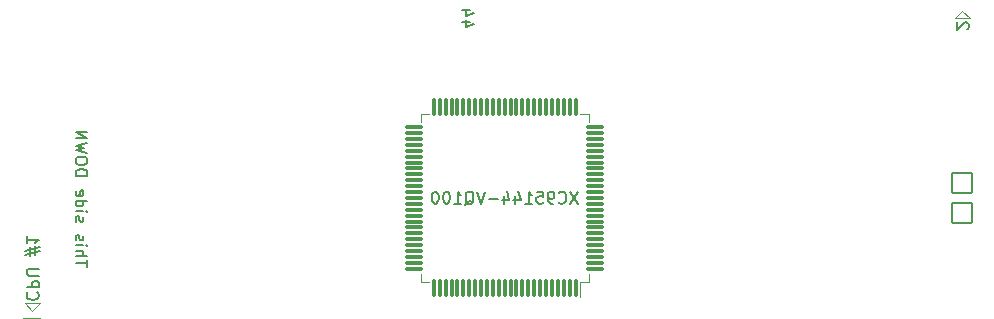
<source format=gbo>
G04 #@! TF.GenerationSoftware,KiCad,Pcbnew,6.0.8-f2edbf62ab~116~ubuntu22.04.1*
G04 #@! TF.CreationDate,2022-10-12T20:13:52+02:00*
G04 #@! TF.ProjectId,a500-ide-ram,61353030-2d69-4646-952d-72616d2e6b69,0.2*
G04 #@! TF.SameCoordinates,Original*
G04 #@! TF.FileFunction,Legend,Bot*
G04 #@! TF.FilePolarity,Positive*
%FSLAX46Y46*%
G04 Gerber Fmt 4.6, Leading zero omitted, Abs format (unit mm)*
G04 Created by KiCad (PCBNEW 6.0.8-f2edbf62ab~116~ubuntu22.04.1) date 2022-10-12 20:13:52*
%MOMM*%
%LPD*%
G01*
G04 APERTURE LIST*
G04 Aperture macros list*
%AMRoundRect*
0 Rectangle with rounded corners*
0 $1 Rounding radius*
0 $2 $3 $4 $5 $6 $7 $8 $9 X,Y pos of 4 corners*
0 Add a 4 corners polygon primitive as box body*
4,1,4,$2,$3,$4,$5,$6,$7,$8,$9,$2,$3,0*
0 Add four circle primitives for the rounded corners*
1,1,$1+$1,$2,$3*
1,1,$1+$1,$4,$5*
1,1,$1+$1,$6,$7*
1,1,$1+$1,$8,$9*
0 Add four rect primitives between the rounded corners*
20,1,$1+$1,$2,$3,$4,$5,0*
20,1,$1+$1,$4,$5,$6,$7,0*
20,1,$1+$1,$6,$7,$8,$9,0*
20,1,$1+$1,$8,$9,$2,$3,0*%
G04 Aperture macros list end*
%ADD10C,0.120000*%
%ADD11C,0.150000*%
%ADD12RoundRect,0.051000X-0.850000X-0.850000X0.850000X-0.850000X0.850000X0.850000X-0.850000X0.850000X0*%
%ADD13O,1.802000X1.802000*%
%ADD14RoundRect,0.051000X-0.675000X0.675000X-0.675000X-0.675000X0.675000X-0.675000X0.675000X0.675000X0*%
%ADD15O,1.452000X1.452000*%
%ADD16RoundRect,0.051000X-0.850000X0.850000X-0.850000X-0.850000X0.850000X-0.850000X0.850000X0.850000X0*%
%ADD17RoundRect,0.051000X0.800000X-1.200000X0.800000X1.200000X-0.800000X1.200000X-0.800000X-1.200000X0*%
%ADD18O,1.702000X2.502000*%
%ADD19RoundRect,0.126000X0.075000X-0.662500X0.075000X0.662500X-0.075000X0.662500X-0.075000X-0.662500X0*%
%ADD20RoundRect,0.126000X0.662500X-0.075000X0.662500X0.075000X-0.662500X0.075000X-0.662500X-0.075000X0*%
G04 APERTURE END LIST*
D10*
X106680000Y-106065000D02*
X105410000Y-106065000D01*
X185420000Y-81935000D02*
X184150000Y-81935000D01*
X106045000Y-106700000D02*
X106680000Y-106065000D01*
X184150000Y-81935000D02*
X184785000Y-81300000D01*
X105410000Y-106065000D02*
X106045000Y-106700000D01*
X184785000Y-81300000D02*
X185420000Y-81935000D01*
D11*
X105687857Y-105157976D02*
X105640238Y-105205595D01*
X105592619Y-105348452D01*
X105592619Y-105443690D01*
X105640238Y-105586547D01*
X105735476Y-105681785D01*
X105830714Y-105729404D01*
X106021190Y-105777023D01*
X106164047Y-105777023D01*
X106354523Y-105729404D01*
X106449761Y-105681785D01*
X106545000Y-105586547D01*
X106592619Y-105443690D01*
X106592619Y-105348452D01*
X106545000Y-105205595D01*
X106497380Y-105157976D01*
X105592619Y-104729404D02*
X106592619Y-104729404D01*
X106592619Y-104348452D01*
X106545000Y-104253214D01*
X106497380Y-104205595D01*
X106402142Y-104157976D01*
X106259285Y-104157976D01*
X106164047Y-104205595D01*
X106116428Y-104253214D01*
X106068809Y-104348452D01*
X106068809Y-104729404D01*
X106592619Y-103729404D02*
X105783095Y-103729404D01*
X105687857Y-103681785D01*
X105640238Y-103634166D01*
X105592619Y-103538928D01*
X105592619Y-103348452D01*
X105640238Y-103253214D01*
X105687857Y-103205595D01*
X105783095Y-103157976D01*
X106592619Y-103157976D01*
X106259285Y-101967500D02*
X106259285Y-101253214D01*
X106687857Y-101681785D02*
X105402142Y-101967500D01*
X105830714Y-101348452D02*
X105830714Y-102062738D01*
X105402142Y-101634166D02*
X106687857Y-101348452D01*
X105592619Y-100396071D02*
X105592619Y-100967500D01*
X105592619Y-100681785D02*
X106592619Y-100681785D01*
X106449761Y-100777023D01*
X106354523Y-100872261D01*
X106306904Y-100967500D01*
X110720119Y-102960714D02*
X110720119Y-102389285D01*
X109720119Y-102675000D02*
X110720119Y-102675000D01*
X109720119Y-102055952D02*
X110720119Y-102055952D01*
X109720119Y-101627380D02*
X110243928Y-101627380D01*
X110339166Y-101675000D01*
X110386785Y-101770238D01*
X110386785Y-101913095D01*
X110339166Y-102008333D01*
X110291547Y-102055952D01*
X109720119Y-101151190D02*
X110386785Y-101151190D01*
X110720119Y-101151190D02*
X110672500Y-101198809D01*
X110624880Y-101151190D01*
X110672500Y-101103571D01*
X110720119Y-101151190D01*
X110624880Y-101151190D01*
X109767738Y-100722619D02*
X109720119Y-100627380D01*
X109720119Y-100436904D01*
X109767738Y-100341666D01*
X109862976Y-100294047D01*
X109910595Y-100294047D01*
X110005833Y-100341666D01*
X110053452Y-100436904D01*
X110053452Y-100579761D01*
X110101071Y-100675000D01*
X110196309Y-100722619D01*
X110243928Y-100722619D01*
X110339166Y-100675000D01*
X110386785Y-100579761D01*
X110386785Y-100436904D01*
X110339166Y-100341666D01*
X109767738Y-99151190D02*
X109720119Y-99055952D01*
X109720119Y-98865476D01*
X109767738Y-98770238D01*
X109862976Y-98722619D01*
X109910595Y-98722619D01*
X110005833Y-98770238D01*
X110053452Y-98865476D01*
X110053452Y-99008333D01*
X110101071Y-99103571D01*
X110196309Y-99151190D01*
X110243928Y-99151190D01*
X110339166Y-99103571D01*
X110386785Y-99008333D01*
X110386785Y-98865476D01*
X110339166Y-98770238D01*
X109720119Y-98294047D02*
X110386785Y-98294047D01*
X110720119Y-98294047D02*
X110672500Y-98341666D01*
X110624880Y-98294047D01*
X110672500Y-98246428D01*
X110720119Y-98294047D01*
X110624880Y-98294047D01*
X109720119Y-97389285D02*
X110720119Y-97389285D01*
X109767738Y-97389285D02*
X109720119Y-97484523D01*
X109720119Y-97675000D01*
X109767738Y-97770238D01*
X109815357Y-97817857D01*
X109910595Y-97865476D01*
X110196309Y-97865476D01*
X110291547Y-97817857D01*
X110339166Y-97770238D01*
X110386785Y-97675000D01*
X110386785Y-97484523D01*
X110339166Y-97389285D01*
X109767738Y-96532142D02*
X109720119Y-96627380D01*
X109720119Y-96817857D01*
X109767738Y-96913095D01*
X109862976Y-96960714D01*
X110243928Y-96960714D01*
X110339166Y-96913095D01*
X110386785Y-96817857D01*
X110386785Y-96627380D01*
X110339166Y-96532142D01*
X110243928Y-96484523D01*
X110148690Y-96484523D01*
X110053452Y-96960714D01*
X109720119Y-95294047D02*
X110720119Y-95294047D01*
X110720119Y-95055952D01*
X110672500Y-94913095D01*
X110577261Y-94817857D01*
X110482023Y-94770238D01*
X110291547Y-94722619D01*
X110148690Y-94722619D01*
X109958214Y-94770238D01*
X109862976Y-94817857D01*
X109767738Y-94913095D01*
X109720119Y-95055952D01*
X109720119Y-95294047D01*
X110720119Y-94103571D02*
X110720119Y-93913095D01*
X110672500Y-93817857D01*
X110577261Y-93722619D01*
X110386785Y-93675000D01*
X110053452Y-93675000D01*
X109862976Y-93722619D01*
X109767738Y-93817857D01*
X109720119Y-93913095D01*
X109720119Y-94103571D01*
X109767738Y-94198809D01*
X109862976Y-94294047D01*
X110053452Y-94341666D01*
X110386785Y-94341666D01*
X110577261Y-94294047D01*
X110672500Y-94198809D01*
X110720119Y-94103571D01*
X110720119Y-93341666D02*
X109720119Y-93103571D01*
X110434404Y-92913095D01*
X109720119Y-92722619D01*
X110720119Y-92484523D01*
X109720119Y-92103571D02*
X110720119Y-92103571D01*
X109720119Y-91532142D01*
X110720119Y-91532142D01*
X143089285Y-82220714D02*
X142422619Y-82220714D01*
X143470238Y-82458809D02*
X142755952Y-82696904D01*
X142755952Y-82077857D01*
X143089285Y-81268333D02*
X142422619Y-81268333D01*
X143470238Y-81506428D02*
X142755952Y-81744523D01*
X142755952Y-81125476D01*
X152264285Y-96627380D02*
X151597619Y-97627380D01*
X151597619Y-96627380D02*
X152264285Y-97627380D01*
X150645238Y-97532142D02*
X150692857Y-97579761D01*
X150835714Y-97627380D01*
X150930952Y-97627380D01*
X151073809Y-97579761D01*
X151169047Y-97484523D01*
X151216666Y-97389285D01*
X151264285Y-97198809D01*
X151264285Y-97055952D01*
X151216666Y-96865476D01*
X151169047Y-96770238D01*
X151073809Y-96675000D01*
X150930952Y-96627380D01*
X150835714Y-96627380D01*
X150692857Y-96675000D01*
X150645238Y-96722619D01*
X150169047Y-97627380D02*
X149978571Y-97627380D01*
X149883333Y-97579761D01*
X149835714Y-97532142D01*
X149740476Y-97389285D01*
X149692857Y-97198809D01*
X149692857Y-96817857D01*
X149740476Y-96722619D01*
X149788095Y-96675000D01*
X149883333Y-96627380D01*
X150073809Y-96627380D01*
X150169047Y-96675000D01*
X150216666Y-96722619D01*
X150264285Y-96817857D01*
X150264285Y-97055952D01*
X150216666Y-97151190D01*
X150169047Y-97198809D01*
X150073809Y-97246428D01*
X149883333Y-97246428D01*
X149788095Y-97198809D01*
X149740476Y-97151190D01*
X149692857Y-97055952D01*
X148788095Y-96627380D02*
X149264285Y-96627380D01*
X149311904Y-97103571D01*
X149264285Y-97055952D01*
X149169047Y-97008333D01*
X148930952Y-97008333D01*
X148835714Y-97055952D01*
X148788095Y-97103571D01*
X148740476Y-97198809D01*
X148740476Y-97436904D01*
X148788095Y-97532142D01*
X148835714Y-97579761D01*
X148930952Y-97627380D01*
X149169047Y-97627380D01*
X149264285Y-97579761D01*
X149311904Y-97532142D01*
X147788095Y-97627380D02*
X148359523Y-97627380D01*
X148073809Y-97627380D02*
X148073809Y-96627380D01*
X148169047Y-96770238D01*
X148264285Y-96865476D01*
X148359523Y-96913095D01*
X146930952Y-96960714D02*
X146930952Y-97627380D01*
X147169047Y-96579761D02*
X147407142Y-97294047D01*
X146788095Y-97294047D01*
X145978571Y-96960714D02*
X145978571Y-97627380D01*
X146216666Y-96579761D02*
X146454761Y-97294047D01*
X145835714Y-97294047D01*
X145454761Y-97246428D02*
X144692857Y-97246428D01*
X144359523Y-96627380D02*
X144026190Y-97627380D01*
X143692857Y-96627380D01*
X142692857Y-97722619D02*
X142788095Y-97675000D01*
X142883333Y-97579761D01*
X143026190Y-97436904D01*
X143121428Y-97389285D01*
X143216666Y-97389285D01*
X143169047Y-97627380D02*
X143264285Y-97579761D01*
X143359523Y-97484523D01*
X143407142Y-97294047D01*
X143407142Y-96960714D01*
X143359523Y-96770238D01*
X143264285Y-96675000D01*
X143169047Y-96627380D01*
X142978571Y-96627380D01*
X142883333Y-96675000D01*
X142788095Y-96770238D01*
X142740476Y-96960714D01*
X142740476Y-97294047D01*
X142788095Y-97484523D01*
X142883333Y-97579761D01*
X142978571Y-97627380D01*
X143169047Y-97627380D01*
X141788095Y-97627380D02*
X142359523Y-97627380D01*
X142073809Y-97627380D02*
X142073809Y-96627380D01*
X142169047Y-96770238D01*
X142264285Y-96865476D01*
X142359523Y-96913095D01*
X141169047Y-96627380D02*
X141073809Y-96627380D01*
X140978571Y-96675000D01*
X140930952Y-96722619D01*
X140883333Y-96817857D01*
X140835714Y-97008333D01*
X140835714Y-97246428D01*
X140883333Y-97436904D01*
X140930952Y-97532142D01*
X140978571Y-97579761D01*
X141073809Y-97627380D01*
X141169047Y-97627380D01*
X141264285Y-97579761D01*
X141311904Y-97532142D01*
X141359523Y-97436904D01*
X141407142Y-97246428D01*
X141407142Y-97008333D01*
X141359523Y-96817857D01*
X141311904Y-96722619D01*
X141264285Y-96675000D01*
X141169047Y-96627380D01*
X140216666Y-96627380D02*
X140121428Y-96627380D01*
X140026190Y-96675000D01*
X139978571Y-96722619D01*
X139930952Y-96817857D01*
X139883333Y-97008333D01*
X139883333Y-97246428D01*
X139930952Y-97436904D01*
X139978571Y-97532142D01*
X140026190Y-97579761D01*
X140121428Y-97627380D01*
X140216666Y-97627380D01*
X140311904Y-97579761D01*
X140359523Y-97532142D01*
X140407142Y-97436904D01*
X140454761Y-97246428D01*
X140454761Y-97008333D01*
X140407142Y-96817857D01*
X140359523Y-96722619D01*
X140311904Y-96675000D01*
X140216666Y-96627380D01*
X185237380Y-82855714D02*
X185285000Y-82808095D01*
X185332619Y-82712857D01*
X185332619Y-82474761D01*
X185285000Y-82379523D01*
X185237380Y-82331904D01*
X185142142Y-82284285D01*
X185046904Y-82284285D01*
X184904047Y-82331904D01*
X184332619Y-82903333D01*
X184332619Y-82284285D01*
D10*
X138940000Y-103565000D02*
X138940000Y-104265000D01*
X153160000Y-90745000D02*
X153160000Y-90045000D01*
X153160000Y-104265000D02*
X152460000Y-104265000D01*
X152460000Y-104265000D02*
X152460000Y-105555000D01*
X138940000Y-90745000D02*
X138940000Y-90045000D01*
X138940000Y-90045000D02*
X139640000Y-90045000D01*
X153160000Y-103565000D02*
X153160000Y-104265000D01*
X153160000Y-90045000D02*
X152460000Y-90045000D01*
X138940000Y-104265000D02*
X139640000Y-104265000D01*
%LPC*%
D12*
X133985000Y-78125000D03*
D13*
X133985000Y-80665000D03*
D12*
X130175000Y-78125000D03*
D13*
X130175000Y-80665000D03*
D12*
X122555000Y-78125000D03*
D13*
X122555000Y-80665000D03*
D14*
X184785000Y-77470000D03*
D15*
X184785000Y-79470000D03*
X182785000Y-77470000D03*
X182785000Y-79470000D03*
X180785000Y-77470000D03*
X180785000Y-79470000D03*
X178785000Y-77470000D03*
X178785000Y-79470000D03*
X176785000Y-77470000D03*
X176785000Y-79470000D03*
X174785000Y-77470000D03*
X174785000Y-79470000D03*
X172785000Y-77470000D03*
X172785000Y-79470000D03*
X170785000Y-77470000D03*
X170785000Y-79470000D03*
X168785000Y-77470000D03*
X168785000Y-79470000D03*
X166785000Y-77470000D03*
X166785000Y-79470000D03*
X164785000Y-77470000D03*
X164785000Y-79470000D03*
X162785000Y-77470000D03*
X162785000Y-79470000D03*
X160785000Y-77470000D03*
X160785000Y-79470000D03*
X158785000Y-77470000D03*
X158785000Y-79470000D03*
X156785000Y-77470000D03*
X156785000Y-79470000D03*
X154785000Y-77470000D03*
X154785000Y-79470000D03*
X152785000Y-77470000D03*
X152785000Y-79470000D03*
X150785000Y-77470000D03*
X150785000Y-79470000D03*
X148785000Y-77470000D03*
X148785000Y-79470000D03*
X146785000Y-77470000D03*
X146785000Y-79470000D03*
X144785000Y-77470000D03*
X144785000Y-79470000D03*
X142785000Y-77470000D03*
X142785000Y-79470000D03*
D12*
X184785000Y-95905000D03*
D16*
X118745000Y-79375000D03*
D13*
X116205000Y-79375000D03*
X113665000Y-79375000D03*
X111125000Y-79375000D03*
X108585000Y-79375000D03*
X106045000Y-79375000D03*
D17*
X106045000Y-108605000D03*
D18*
X108585000Y-108605000D03*
X111125000Y-108605000D03*
X113665000Y-108605000D03*
X116205000Y-108605000D03*
X118745000Y-108605000D03*
X121285000Y-108605000D03*
X123825000Y-108605000D03*
X126365000Y-108605000D03*
X128905000Y-108605000D03*
X131445000Y-108605000D03*
X133985000Y-108605000D03*
X136525000Y-108605000D03*
X139065000Y-108605000D03*
X141605000Y-108605000D03*
X144145000Y-108605000D03*
X146685000Y-108605000D03*
X149225000Y-108605000D03*
X151765000Y-108605000D03*
X154305000Y-108605000D03*
X156845000Y-108605000D03*
X159385000Y-108605000D03*
X161925000Y-108605000D03*
X164465000Y-108605000D03*
X167005000Y-108605000D03*
X169545000Y-108605000D03*
X172085000Y-108605000D03*
X174625000Y-108605000D03*
X177165000Y-108605000D03*
X179705000Y-108605000D03*
X182245000Y-108605000D03*
X184785000Y-108605000D03*
X184785000Y-85745000D03*
X182245000Y-85745000D03*
X179705000Y-85745000D03*
X177165000Y-85745000D03*
X174625000Y-85745000D03*
X172085000Y-85745000D03*
X169545000Y-85745000D03*
X167005000Y-85745000D03*
X164465000Y-85745000D03*
X161925000Y-85745000D03*
X159385000Y-85745000D03*
X156845000Y-85745000D03*
X154305000Y-85745000D03*
X151765000Y-85745000D03*
X149225000Y-85745000D03*
X146685000Y-85745000D03*
X144145000Y-85745000D03*
X141605000Y-85745000D03*
X139065000Y-85745000D03*
X136525000Y-85745000D03*
X133985000Y-85745000D03*
X131445000Y-85745000D03*
X128905000Y-85745000D03*
X126365000Y-85745000D03*
X123825000Y-85745000D03*
X121285000Y-85745000D03*
X118745000Y-85745000D03*
X116205000Y-85745000D03*
X113665000Y-85745000D03*
X111125000Y-85745000D03*
X108585000Y-85745000D03*
X106045000Y-85745000D03*
D12*
X126365000Y-78125000D03*
D13*
X126365000Y-80665000D03*
D12*
X184785000Y-98445000D03*
D19*
X152050000Y-104817500D03*
X151550000Y-104817500D03*
X151050000Y-104817500D03*
X150550000Y-104817500D03*
X150050000Y-104817500D03*
X149550000Y-104817500D03*
X149050000Y-104817500D03*
X148550000Y-104817500D03*
X148050000Y-104817500D03*
X147550000Y-104817500D03*
X147050000Y-104817500D03*
X146550000Y-104817500D03*
X146050000Y-104817500D03*
X145550000Y-104817500D03*
X145050000Y-104817500D03*
X144550000Y-104817500D03*
X144050000Y-104817500D03*
X143550000Y-104817500D03*
X143050000Y-104817500D03*
X142550000Y-104817500D03*
X142050000Y-104817500D03*
X141550000Y-104817500D03*
X141050000Y-104817500D03*
X140550000Y-104817500D03*
X140050000Y-104817500D03*
D20*
X138387500Y-103155000D03*
X138387500Y-102655000D03*
X138387500Y-102155000D03*
X138387500Y-101655000D03*
X138387500Y-101155000D03*
X138387500Y-100655000D03*
X138387500Y-100155000D03*
X138387500Y-99655000D03*
X138387500Y-99155000D03*
X138387500Y-98655000D03*
X138387500Y-98155000D03*
X138387500Y-97655000D03*
X138387500Y-97155000D03*
X138387500Y-96655000D03*
X138387500Y-96155000D03*
X138387500Y-95655000D03*
X138387500Y-95155000D03*
X138387500Y-94655000D03*
X138387500Y-94155000D03*
X138387500Y-93655000D03*
X138387500Y-93155000D03*
X138387500Y-92655000D03*
X138387500Y-92155000D03*
X138387500Y-91655000D03*
X138387500Y-91155000D03*
D19*
X140050000Y-89492500D03*
X140550000Y-89492500D03*
X141050000Y-89492500D03*
X141550000Y-89492500D03*
X142050000Y-89492500D03*
X142550000Y-89492500D03*
X143050000Y-89492500D03*
X143550000Y-89492500D03*
X144050000Y-89492500D03*
X144550000Y-89492500D03*
X145050000Y-89492500D03*
X145550000Y-89492500D03*
X146050000Y-89492500D03*
X146550000Y-89492500D03*
X147050000Y-89492500D03*
X147550000Y-89492500D03*
X148050000Y-89492500D03*
X148550000Y-89492500D03*
X149050000Y-89492500D03*
X149550000Y-89492500D03*
X150050000Y-89492500D03*
X150550000Y-89492500D03*
X151050000Y-89492500D03*
X151550000Y-89492500D03*
X152050000Y-89492500D03*
D20*
X153712500Y-91155000D03*
X153712500Y-91655000D03*
X153712500Y-92155000D03*
X153712500Y-92655000D03*
X153712500Y-93155000D03*
X153712500Y-93655000D03*
X153712500Y-94155000D03*
X153712500Y-94655000D03*
X153712500Y-95155000D03*
X153712500Y-95655000D03*
X153712500Y-96155000D03*
X153712500Y-96655000D03*
X153712500Y-97155000D03*
X153712500Y-97655000D03*
X153712500Y-98155000D03*
X153712500Y-98655000D03*
X153712500Y-99155000D03*
X153712500Y-99655000D03*
X153712500Y-100155000D03*
X153712500Y-100655000D03*
X153712500Y-101155000D03*
X153712500Y-101655000D03*
X153712500Y-102155000D03*
X153712500Y-102655000D03*
X153712500Y-103155000D03*
M02*

</source>
